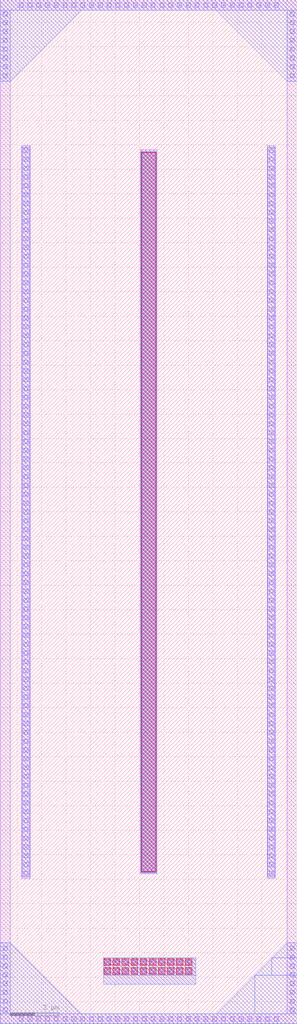
<source format=lef>
# Copyright 2020 The SkyWater PDK Authors
#
# Licensed under the Apache License, Version 2.0 (the "License");
# you may not use this file except in compliance with the License.
# You may obtain a copy of the License at
#
#     https://www.apache.org/licenses/LICENSE-2.0
#
# Unless required by applicable law or agreed to in writing, software
# distributed under the License is distributed on an "AS IS" BASIS,
# WITHOUT WARRANTIES OR CONDITIONS OF ANY KIND, either express or implied.
# See the License for the specific language governing permissions and
# limitations under the License.
#
# SPDX-License-Identifier: Apache-2.0

VERSION 5.7 ;
  NOWIREEXTENSIONATPIN ON ;
  DIVIDERCHAR "/" ;
  BUSBITCHARS "[]" ;
MACRO sky130_fd_pr__rf_nfet_20v0_aup
  CLASS BLOCK ;
  FOREIGN sky130_fd_pr__rf_nfet_20v0_aup ;
  ORIGIN  5.700000  5.910000 ;
  SIZE  12.15000 BY  41.82000 ;
  OBS
    LAYER li1 ;
      RECT -5.700000 -5.910000  6.450000 -5.500000 ;
      RECT -5.700000 -5.500000 -5.290000 35.500000 ;
      RECT -5.700000 35.500000  6.450000 35.910000 ;
      RECT -4.810000  0.045000 -4.480000 29.955000 ;
      RECT -1.480000 -4.285000  2.300000 -3.215000 ;
      RECT  0.040000  0.215000  0.710000 29.785000 ;
      RECT  5.230000  0.045000  5.560000 29.955000 ;
      RECT  6.040000 -5.500000  6.450000 35.500000 ;
    LAYER mcon ;
      RECT -5.580000 -5.425000 -5.410000 -5.255000 ;
      RECT -5.580000 -5.065000 -5.410000 -4.895000 ;
      RECT -5.580000 -4.705000 -5.410000 -4.535000 ;
      RECT -5.580000 -4.345000 -5.410000 -4.175000 ;
      RECT -5.580000 -3.985000 -5.410000 -3.815000 ;
      RECT -5.580000 -3.625000 -5.410000 -3.455000 ;
      RECT -5.580000 -3.265000 -5.410000 -3.095000 ;
      RECT -5.580000 -2.905000 -5.410000 -2.735000 ;
      RECT -5.580000 32.735000 -5.410000 32.905000 ;
      RECT -5.580000 33.095000 -5.410000 33.265000 ;
      RECT -5.580000 33.455000 -5.410000 33.625000 ;
      RECT -5.580000 33.815000 -5.410000 33.985000 ;
      RECT -5.580000 34.175000 -5.410000 34.345000 ;
      RECT -5.580000 34.535000 -5.410000 34.705000 ;
      RECT -5.580000 34.895000 -5.410000 35.065000 ;
      RECT -5.580000 35.255000 -5.410000 35.425000 ;
      RECT -4.930000 -5.790000 -4.760000 -5.620000 ;
      RECT -4.930000 35.620000 -4.760000 35.790000 ;
      RECT -4.730000  0.155000 -4.560000  0.325000 ;
      RECT -4.730000  0.515000 -4.560000  0.685000 ;
      RECT -4.730000  0.875000 -4.560000  1.045000 ;
      RECT -4.730000  1.235000 -4.560000  1.405000 ;
      RECT -4.730000  1.595000 -4.560000  1.765000 ;
      RECT -4.730000  1.955000 -4.560000  2.125000 ;
      RECT -4.730000  2.315000 -4.560000  2.485000 ;
      RECT -4.730000  2.675000 -4.560000  2.845000 ;
      RECT -4.730000  3.035000 -4.560000  3.205000 ;
      RECT -4.730000  3.395000 -4.560000  3.565000 ;
      RECT -4.730000  3.755000 -4.560000  3.925000 ;
      RECT -4.730000  4.115000 -4.560000  4.285000 ;
      RECT -4.730000  4.475000 -4.560000  4.645000 ;
      RECT -4.730000  4.835000 -4.560000  5.005000 ;
      RECT -4.730000  5.195000 -4.560000  5.365000 ;
      RECT -4.730000  5.555000 -4.560000  5.725000 ;
      RECT -4.730000  5.915000 -4.560000  6.085000 ;
      RECT -4.730000  6.275000 -4.560000  6.445000 ;
      RECT -4.730000  6.635000 -4.560000  6.805000 ;
      RECT -4.730000  6.995000 -4.560000  7.165000 ;
      RECT -4.730000  7.355000 -4.560000  7.525000 ;
      RECT -4.730000  7.715000 -4.560000  7.885000 ;
      RECT -4.730000  8.075000 -4.560000  8.245000 ;
      RECT -4.730000  8.435000 -4.560000  8.605000 ;
      RECT -4.730000  8.795000 -4.560000  8.965000 ;
      RECT -4.730000  9.155000 -4.560000  9.325000 ;
      RECT -4.730000  9.515000 -4.560000  9.685000 ;
      RECT -4.730000  9.875000 -4.560000 10.045000 ;
      RECT -4.730000 10.235000 -4.560000 10.405000 ;
      RECT -4.730000 10.595000 -4.560000 10.765000 ;
      RECT -4.730000 10.955000 -4.560000 11.125000 ;
      RECT -4.730000 11.315000 -4.560000 11.485000 ;
      RECT -4.730000 11.675000 -4.560000 11.845000 ;
      RECT -4.730000 12.035000 -4.560000 12.205000 ;
      RECT -4.730000 12.395000 -4.560000 12.565000 ;
      RECT -4.730000 12.755000 -4.560000 12.925000 ;
      RECT -4.730000 13.115000 -4.560000 13.285000 ;
      RECT -4.730000 13.475000 -4.560000 13.645000 ;
      RECT -4.730000 13.835000 -4.560000 14.005000 ;
      RECT -4.730000 14.195000 -4.560000 14.365000 ;
      RECT -4.730000 14.555000 -4.560000 14.725000 ;
      RECT -4.730000 14.915000 -4.560000 15.085000 ;
      RECT -4.730000 15.275000 -4.560000 15.445000 ;
      RECT -4.730000 15.635000 -4.560000 15.805000 ;
      RECT -4.730000 15.995000 -4.560000 16.165000 ;
      RECT -4.730000 16.355000 -4.560000 16.525000 ;
      RECT -4.730000 16.715000 -4.560000 16.885000 ;
      RECT -4.730000 17.075000 -4.560000 17.245000 ;
      RECT -4.730000 17.435000 -4.560000 17.605000 ;
      RECT -4.730000 17.795000 -4.560000 17.965000 ;
      RECT -4.730000 18.155000 -4.560000 18.325000 ;
      RECT -4.730000 18.515000 -4.560000 18.685000 ;
      RECT -4.730000 18.875000 -4.560000 19.045000 ;
      RECT -4.730000 19.235000 -4.560000 19.405000 ;
      RECT -4.730000 19.595000 -4.560000 19.765000 ;
      RECT -4.730000 19.955000 -4.560000 20.125000 ;
      RECT -4.730000 20.315000 -4.560000 20.485000 ;
      RECT -4.730000 20.675000 -4.560000 20.845000 ;
      RECT -4.730000 21.035000 -4.560000 21.205000 ;
      RECT -4.730000 21.395000 -4.560000 21.565000 ;
      RECT -4.730000 21.755000 -4.560000 21.925000 ;
      RECT -4.730000 22.115000 -4.560000 22.285000 ;
      RECT -4.730000 22.475000 -4.560000 22.645000 ;
      RECT -4.730000 22.835000 -4.560000 23.005000 ;
      RECT -4.730000 23.195000 -4.560000 23.365000 ;
      RECT -4.730000 23.555000 -4.560000 23.725000 ;
      RECT -4.730000 23.915000 -4.560000 24.085000 ;
      RECT -4.730000 24.275000 -4.560000 24.445000 ;
      RECT -4.730000 24.635000 -4.560000 24.805000 ;
      RECT -4.730000 24.995000 -4.560000 25.165000 ;
      RECT -4.730000 25.355000 -4.560000 25.525000 ;
      RECT -4.730000 25.715000 -4.560000 25.885000 ;
      RECT -4.730000 26.075000 -4.560000 26.245000 ;
      RECT -4.730000 26.435000 -4.560000 26.605000 ;
      RECT -4.730000 26.795000 -4.560000 26.965000 ;
      RECT -4.730000 27.155000 -4.560000 27.325000 ;
      RECT -4.730000 27.515000 -4.560000 27.685000 ;
      RECT -4.730000 27.875000 -4.560000 28.045000 ;
      RECT -4.730000 28.235000 -4.560000 28.405000 ;
      RECT -4.730000 28.595000 -4.560000 28.765000 ;
      RECT -4.730000 28.955000 -4.560000 29.125000 ;
      RECT -4.730000 29.315000 -4.560000 29.485000 ;
      RECT -4.730000 29.675000 -4.560000 29.845000 ;
      RECT -4.570000 -5.790000 -4.400000 -5.620000 ;
      RECT -4.570000 35.620000 -4.400000 35.790000 ;
      RECT -4.210000 -5.790000 -4.040000 -5.620000 ;
      RECT -4.210000 35.620000 -4.040000 35.790000 ;
      RECT -3.850000 -5.790000 -3.680000 -5.620000 ;
      RECT -3.850000 35.620000 -3.680000 35.790000 ;
      RECT -3.490000 -5.790000 -3.320000 -5.620000 ;
      RECT -3.490000 35.620000 -3.320000 35.790000 ;
      RECT -3.130000 -5.790000 -2.960000 -5.620000 ;
      RECT -3.130000 35.620000 -2.960000 35.790000 ;
      RECT -2.770000 -5.790000 -2.600000 -5.620000 ;
      RECT -2.770000 35.620000 -2.600000 35.790000 ;
      RECT -2.410000 -5.790000 -2.240000 -5.620000 ;
      RECT -2.410000 35.620000 -2.240000 35.790000 ;
      RECT -2.050000 -5.790000 -1.880000 -5.620000 ;
      RECT -2.050000 35.620000 -1.880000 35.790000 ;
      RECT -1.690000 -5.790000 -1.520000 -5.620000 ;
      RECT -1.690000 35.620000 -1.520000 35.790000 ;
      RECT -1.400000 -3.835000 -1.230000 -3.665000 ;
      RECT -1.400000 -3.465000 -1.230000 -3.295000 ;
      RECT -1.330000 -5.790000 -1.160000 -5.620000 ;
      RECT -1.330000 35.620000 -1.160000 35.790000 ;
      RECT -1.030000 -3.835000 -0.860000 -3.665000 ;
      RECT -1.030000 -3.465000 -0.860000 -3.295000 ;
      RECT -0.970000 -5.790000 -0.800000 -5.620000 ;
      RECT -0.970000 35.620000 -0.800000 35.790000 ;
      RECT -0.660000 -3.835000 -0.490000 -3.665000 ;
      RECT -0.660000 -3.465000 -0.490000 -3.295000 ;
      RECT -0.610000 -5.790000 -0.440000 -5.620000 ;
      RECT -0.610000 35.620000 -0.440000 35.790000 ;
      RECT -0.290000 -3.835000 -0.120000 -3.665000 ;
      RECT -0.290000 -3.465000 -0.120000 -3.295000 ;
      RECT -0.250000 -5.790000 -0.080000 -5.620000 ;
      RECT -0.250000 35.620000 -0.080000 35.790000 ;
      RECT  0.080000 -3.835000  0.250000 -3.665000 ;
      RECT  0.080000 -3.465000  0.250000 -3.295000 ;
      RECT  0.110000 -5.790000  0.280000 -5.620000 ;
      RECT  0.110000  0.335000  0.640000 29.665000 ;
      RECT  0.110000 35.620000  0.280000 35.790000 ;
      RECT  0.450000 -3.835000  0.620000 -3.665000 ;
      RECT  0.450000 -3.465000  0.620000 -3.295000 ;
      RECT  0.470000 -5.790000  0.640000 -5.620000 ;
      RECT  0.470000 35.620000  0.640000 35.790000 ;
      RECT  0.820000 -3.835000  0.990000 -3.665000 ;
      RECT  0.820000 -3.465000  0.990000 -3.295000 ;
      RECT  0.830000 -5.790000  1.000000 -5.620000 ;
      RECT  0.830000 35.620000  1.000000 35.790000 ;
      RECT  1.190000 -5.790000  1.360000 -5.620000 ;
      RECT  1.190000 -3.835000  1.360000 -3.665000 ;
      RECT  1.190000 -3.465000  1.360000 -3.295000 ;
      RECT  1.190000 35.620000  1.360000 35.790000 ;
      RECT  1.550000 -5.790000  1.720000 -5.620000 ;
      RECT  1.550000 35.620000  1.720000 35.790000 ;
      RECT  1.560000 -3.835000  1.730000 -3.665000 ;
      RECT  1.560000 -3.465000  1.730000 -3.295000 ;
      RECT  1.910000 -5.790000  2.080000 -5.620000 ;
      RECT  1.910000 35.620000  2.080000 35.790000 ;
      RECT  1.930000 -3.835000  2.100000 -3.665000 ;
      RECT  1.930000 -3.465000  2.100000 -3.295000 ;
      RECT  2.270000 -5.790000  2.440000 -5.620000 ;
      RECT  2.270000 35.620000  2.440000 35.790000 ;
      RECT  2.630000 -5.790000  2.800000 -5.620000 ;
      RECT  2.630000 35.620000  2.800000 35.790000 ;
      RECT  2.990000 -5.790000  3.160000 -5.620000 ;
      RECT  2.990000 35.620000  3.160000 35.790000 ;
      RECT  3.350000 -5.790000  3.520000 -5.620000 ;
      RECT  3.350000 35.620000  3.520000 35.790000 ;
      RECT  3.710000 -5.790000  3.880000 -5.620000 ;
      RECT  3.710000 35.620000  3.880000 35.790000 ;
      RECT  4.070000 -5.790000  4.240000 -5.620000 ;
      RECT  4.070000 35.620000  4.240000 35.790000 ;
      RECT  4.430000 -5.790000  4.600000 -5.620000 ;
      RECT  4.430000 35.620000  4.600000 35.790000 ;
      RECT  4.790000 -5.790000  4.960000 -5.620000 ;
      RECT  4.790000 35.620000  4.960000 35.790000 ;
      RECT  5.150000 -5.790000  5.320000 -5.620000 ;
      RECT  5.150000 35.620000  5.320000 35.790000 ;
      RECT  5.310000  0.155000  5.480000  0.325000 ;
      RECT  5.310000  0.515000  5.480000  0.685000 ;
      RECT  5.310000  0.875000  5.480000  1.045000 ;
      RECT  5.310000  1.235000  5.480000  1.405000 ;
      RECT  5.310000  1.595000  5.480000  1.765000 ;
      RECT  5.310000  1.955000  5.480000  2.125000 ;
      RECT  5.310000  2.315000  5.480000  2.485000 ;
      RECT  5.310000  2.675000  5.480000  2.845000 ;
      RECT  5.310000  3.035000  5.480000  3.205000 ;
      RECT  5.310000  3.395000  5.480000  3.565000 ;
      RECT  5.310000  3.755000  5.480000  3.925000 ;
      RECT  5.310000  4.115000  5.480000  4.285000 ;
      RECT  5.310000  4.475000  5.480000  4.645000 ;
      RECT  5.310000  4.835000  5.480000  5.005000 ;
      RECT  5.310000  5.195000  5.480000  5.365000 ;
      RECT  5.310000  5.555000  5.480000  5.725000 ;
      RECT  5.310000  5.915000  5.480000  6.085000 ;
      RECT  5.310000  6.275000  5.480000  6.445000 ;
      RECT  5.310000  6.635000  5.480000  6.805000 ;
      RECT  5.310000  6.995000  5.480000  7.165000 ;
      RECT  5.310000  7.355000  5.480000  7.525000 ;
      RECT  5.310000  7.715000  5.480000  7.885000 ;
      RECT  5.310000  8.075000  5.480000  8.245000 ;
      RECT  5.310000  8.435000  5.480000  8.605000 ;
      RECT  5.310000  8.795000  5.480000  8.965000 ;
      RECT  5.310000  9.155000  5.480000  9.325000 ;
      RECT  5.310000  9.515000  5.480000  9.685000 ;
      RECT  5.310000  9.875000  5.480000 10.045000 ;
      RECT  5.310000 10.235000  5.480000 10.405000 ;
      RECT  5.310000 10.595000  5.480000 10.765000 ;
      RECT  5.310000 10.955000  5.480000 11.125000 ;
      RECT  5.310000 11.315000  5.480000 11.485000 ;
      RECT  5.310000 11.675000  5.480000 11.845000 ;
      RECT  5.310000 12.035000  5.480000 12.205000 ;
      RECT  5.310000 12.395000  5.480000 12.565000 ;
      RECT  5.310000 12.755000  5.480000 12.925000 ;
      RECT  5.310000 13.115000  5.480000 13.285000 ;
      RECT  5.310000 13.475000  5.480000 13.645000 ;
      RECT  5.310000 13.835000  5.480000 14.005000 ;
      RECT  5.310000 14.195000  5.480000 14.365000 ;
      RECT  5.310000 14.555000  5.480000 14.725000 ;
      RECT  5.310000 14.915000  5.480000 15.085000 ;
      RECT  5.310000 15.275000  5.480000 15.445000 ;
      RECT  5.310000 15.635000  5.480000 15.805000 ;
      RECT  5.310000 15.995000  5.480000 16.165000 ;
      RECT  5.310000 16.355000  5.480000 16.525000 ;
      RECT  5.310000 16.715000  5.480000 16.885000 ;
      RECT  5.310000 17.075000  5.480000 17.245000 ;
      RECT  5.310000 17.435000  5.480000 17.605000 ;
      RECT  5.310000 17.795000  5.480000 17.965000 ;
      RECT  5.310000 18.155000  5.480000 18.325000 ;
      RECT  5.310000 18.515000  5.480000 18.685000 ;
      RECT  5.310000 18.875000  5.480000 19.045000 ;
      RECT  5.310000 19.235000  5.480000 19.405000 ;
      RECT  5.310000 19.595000  5.480000 19.765000 ;
      RECT  5.310000 19.955000  5.480000 20.125000 ;
      RECT  5.310000 20.315000  5.480000 20.485000 ;
      RECT  5.310000 20.675000  5.480000 20.845000 ;
      RECT  5.310000 21.035000  5.480000 21.205000 ;
      RECT  5.310000 21.395000  5.480000 21.565000 ;
      RECT  5.310000 21.755000  5.480000 21.925000 ;
      RECT  5.310000 22.115000  5.480000 22.285000 ;
      RECT  5.310000 22.475000  5.480000 22.645000 ;
      RECT  5.310000 22.835000  5.480000 23.005000 ;
      RECT  5.310000 23.195000  5.480000 23.365000 ;
      RECT  5.310000 23.555000  5.480000 23.725000 ;
      RECT  5.310000 23.915000  5.480000 24.085000 ;
      RECT  5.310000 24.275000  5.480000 24.445000 ;
      RECT  5.310000 24.635000  5.480000 24.805000 ;
      RECT  5.310000 24.995000  5.480000 25.165000 ;
      RECT  5.310000 25.355000  5.480000 25.525000 ;
      RECT  5.310000 25.715000  5.480000 25.885000 ;
      RECT  5.310000 26.075000  5.480000 26.245000 ;
      RECT  5.310000 26.435000  5.480000 26.605000 ;
      RECT  5.310000 26.795000  5.480000 26.965000 ;
      RECT  5.310000 27.155000  5.480000 27.325000 ;
      RECT  5.310000 27.515000  5.480000 27.685000 ;
      RECT  5.310000 27.875000  5.480000 28.045000 ;
      RECT  5.310000 28.235000  5.480000 28.405000 ;
      RECT  5.310000 28.595000  5.480000 28.765000 ;
      RECT  5.310000 28.955000  5.480000 29.125000 ;
      RECT  5.310000 29.315000  5.480000 29.485000 ;
      RECT  5.310000 29.675000  5.480000 29.845000 ;
      RECT  5.510000 -5.790000  5.680000 -5.620000 ;
      RECT  5.510000 35.620000  5.680000 35.790000 ;
      RECT  6.160000 -5.425000  6.330000 -5.255000 ;
      RECT  6.160000 -5.065000  6.330000 -4.895000 ;
      RECT  6.160000 -4.705000  6.330000 -4.535000 ;
      RECT  6.160000 -4.345000  6.330000 -4.175000 ;
      RECT  6.160000 -3.985000  6.330000 -3.815000 ;
      RECT  6.160000 -3.625000  6.330000 -3.455000 ;
      RECT  6.160000 -3.265000  6.330000 -3.095000 ;
      RECT  6.160000 -2.905000  6.330000 -2.735000 ;
      RECT  6.160000 32.735000  6.330000 32.905000 ;
      RECT  6.160000 33.095000  6.330000 33.265000 ;
      RECT  6.160000 33.455000  6.330000 33.625000 ;
      RECT  6.160000 33.815000  6.330000 33.985000 ;
      RECT  6.160000 34.175000  6.330000 34.345000 ;
      RECT  6.160000 34.535000  6.330000 34.705000 ;
      RECT  6.160000 34.895000  6.330000 35.065000 ;
      RECT  6.160000 35.255000  6.330000 35.425000 ;
    LAYER met1 ;
      POLYGON -5.290000 -2.595000 -2.385000 -5.500000 -5.290000 -5.500000 ;
      POLYGON -5.290000 35.500000 -2.385000 35.500000 -5.290000 32.595000 ;
      POLYGON  3.135000 35.500000  6.040000 35.500000  6.040000 32.595000 ;
      POLYGON  4.710000 -3.925000  4.710000 -5.500000  3.135000 -5.500000 ;
      POLYGON  5.420000 -3.215000  5.420000 -3.925000  4.710000 -3.925000 ;
      POLYGON  6.040000 -2.595000  6.040000 -3.215000  5.420000 -3.215000 ;
      RECT -5.700000 -5.910000  6.450000 -5.500000 ;
      RECT -5.700000 -5.500000 -5.290000 -2.595000 ;
      RECT -5.700000 32.595000 -5.290000 35.500000 ;
      RECT -5.700000 35.500000  6.450000 35.910000 ;
      RECT -4.790000  0.095000 -4.500000 29.905000 ;
      RECT -1.480000 -3.925000  2.300000 -3.215000 ;
      RECT  0.050000  0.275000  0.700000 29.725000 ;
      RECT  4.710000 -5.500000  6.450000 -3.925000 ;
      RECT  5.250000  0.095000  5.540000 29.905000 ;
      RECT  5.420000 -3.925000  6.450000 -3.215000 ;
      RECT  6.040000 -3.215000  6.450000 -2.595000 ;
      RECT  6.040000 32.595000  6.450000 35.500000 ;
    LAYER met2 ;
      RECT -1.480000 -4.285000 2.300000 -3.215000 ;
      RECT  0.055000  0.285000 0.695000 29.725000 ;
    LAYER via ;
      RECT -1.445000 -3.880000 -1.185000 -3.620000 ;
      RECT -1.445000 -3.510000 -1.185000 -3.250000 ;
      RECT -1.075000 -3.880000 -0.815000 -3.620000 ;
      RECT -1.075000 -3.510000 -0.815000 -3.250000 ;
      RECT -0.705000 -3.880000 -0.445000 -3.620000 ;
      RECT -0.705000 -3.510000 -0.445000 -3.250000 ;
      RECT -0.335000 -3.880000 -0.075000 -3.620000 ;
      RECT -0.335000 -3.510000 -0.075000 -3.250000 ;
      RECT  0.035000 -3.880000  0.295000 -3.620000 ;
      RECT  0.035000 -3.510000  0.295000 -3.250000 ;
      RECT  0.085000  0.315000  0.665000 29.695000 ;
      RECT  0.405000 -3.880000  0.665000 -3.620000 ;
      RECT  0.405000 -3.510000  0.665000 -3.250000 ;
      RECT  0.775000 -3.880000  1.035000 -3.620000 ;
      RECT  0.775000 -3.510000  1.035000 -3.250000 ;
      RECT  1.145000 -3.880000  1.405000 -3.620000 ;
      RECT  1.145000 -3.510000  1.405000 -3.250000 ;
      RECT  1.515000 -3.880000  1.775000 -3.620000 ;
      RECT  1.515000 -3.510000  1.775000 -3.250000 ;
      RECT  1.885000 -3.880000  2.145000 -3.620000 ;
      RECT  1.885000 -3.510000  2.145000 -3.250000 ;
  END
END sky130_fd_pr__rf_nfet_20v0_aup
END LIBRARY

</source>
